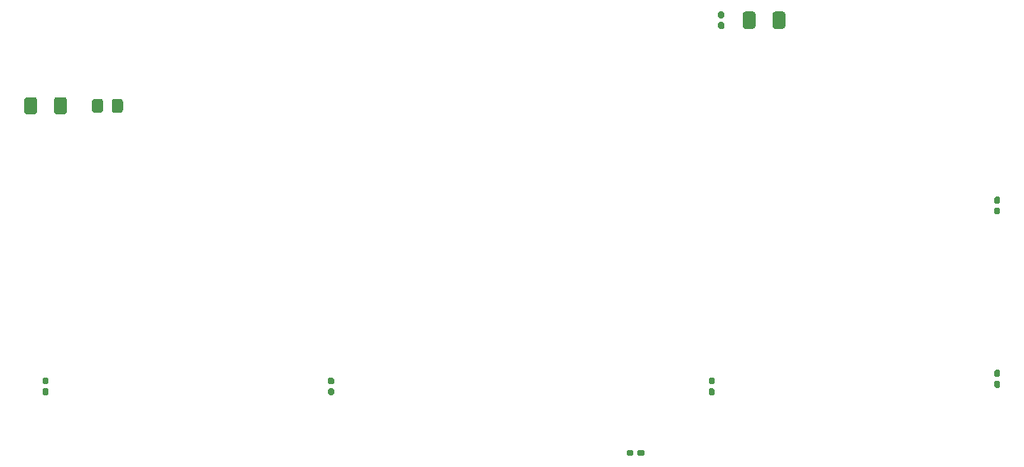
<source format=gbp>
G04 #@! TF.GenerationSoftware,KiCad,Pcbnew,(5.1.12)-1*
G04 #@! TF.CreationDate,2022-01-06T14:59:38-05:00*
G04 #@! TF.ProjectId,Nixie_Clock,4e697869-655f-4436-9c6f-636b2e6b6963,1.1*
G04 #@! TF.SameCoordinates,Original*
G04 #@! TF.FileFunction,Paste,Bot*
G04 #@! TF.FilePolarity,Positive*
%FSLAX46Y46*%
G04 Gerber Fmt 4.6, Leading zero omitted, Abs format (unit mm)*
G04 Created by KiCad (PCBNEW (5.1.12)-1) date 2022-01-06 14:59:38*
%MOMM*%
%LPD*%
G01*
G04 APERTURE LIST*
G04 APERTURE END LIST*
G36*
G01*
X112125000Y-91525000D02*
X112125000Y-92475000D01*
G75*
G02*
X111875000Y-92725000I-250000J0D01*
G01*
X111200000Y-92725000D01*
G75*
G02*
X110950000Y-92475000I0J250000D01*
G01*
X110950000Y-91525000D01*
G75*
G02*
X111200000Y-91275000I250000J0D01*
G01*
X111875000Y-91275000D01*
G75*
G02*
X112125000Y-91525000I0J-250000D01*
G01*
G37*
G36*
G01*
X110050000Y-91525000D02*
X110050000Y-92475000D01*
G75*
G02*
X109800000Y-92725000I-250000J0D01*
G01*
X109125000Y-92725000D01*
G75*
G02*
X108875000Y-92475000I0J250000D01*
G01*
X108875000Y-91525000D01*
G75*
G02*
X109125000Y-91275000I250000J0D01*
G01*
X109800000Y-91275000D01*
G75*
G02*
X110050000Y-91525000I0J-250000D01*
G01*
G37*
G36*
G01*
X103100000Y-91349997D02*
X103100000Y-92650003D01*
G75*
G02*
X102850003Y-92900000I-249997J0D01*
G01*
X102024997Y-92900000D01*
G75*
G02*
X101775000Y-92650003I0J249997D01*
G01*
X101775000Y-91349997D01*
G75*
G02*
X102024997Y-91100000I249997J0D01*
G01*
X102850003Y-91100000D01*
G75*
G02*
X103100000Y-91349997I0J-249997D01*
G01*
G37*
G36*
G01*
X106225000Y-91349997D02*
X106225000Y-92650003D01*
G75*
G02*
X105975003Y-92900000I-249997J0D01*
G01*
X105149997Y-92900000D01*
G75*
G02*
X104900000Y-92650003I0J249997D01*
G01*
X104900000Y-91349997D01*
G75*
G02*
X105149997Y-91100000I249997J0D01*
G01*
X105975003Y-91100000D01*
G75*
G02*
X106225000Y-91349997I0J-249997D01*
G01*
G37*
G36*
G01*
X103845000Y-120565000D02*
X104155000Y-120565000D01*
G75*
G02*
X104310000Y-120720000I0J-155000D01*
G01*
X104310000Y-121145000D01*
G75*
G02*
X104155000Y-121300000I-155000J0D01*
G01*
X103845000Y-121300000D01*
G75*
G02*
X103690000Y-121145000I0J155000D01*
G01*
X103690000Y-120720000D01*
G75*
G02*
X103845000Y-120565000I155000J0D01*
G01*
G37*
G36*
G01*
X103845000Y-121700000D02*
X104155000Y-121700000D01*
G75*
G02*
X104310000Y-121855000I0J-155000D01*
G01*
X104310000Y-122280000D01*
G75*
G02*
X104155000Y-122435000I-155000J0D01*
G01*
X103845000Y-122435000D01*
G75*
G02*
X103690000Y-122280000I0J155000D01*
G01*
X103690000Y-121855000D01*
G75*
G02*
X103845000Y-121700000I155000J0D01*
G01*
G37*
G36*
G01*
X133845000Y-121700000D02*
X134155000Y-121700000D01*
G75*
G02*
X134310000Y-121855000I0J-155000D01*
G01*
X134310000Y-122280000D01*
G75*
G02*
X134155000Y-122435000I-155000J0D01*
G01*
X133845000Y-122435000D01*
G75*
G02*
X133690000Y-122280000I0J155000D01*
G01*
X133690000Y-121855000D01*
G75*
G02*
X133845000Y-121700000I155000J0D01*
G01*
G37*
G36*
G01*
X133845000Y-120565000D02*
X134155000Y-120565000D01*
G75*
G02*
X134310000Y-120720000I0J-155000D01*
G01*
X134310000Y-121145000D01*
G75*
G02*
X134155000Y-121300000I-155000J0D01*
G01*
X133845000Y-121300000D01*
G75*
G02*
X133690000Y-121145000I0J155000D01*
G01*
X133690000Y-120720000D01*
G75*
G02*
X133845000Y-120565000I155000J0D01*
G01*
G37*
G36*
G01*
X166935000Y-128345000D02*
X166935000Y-128655000D01*
G75*
G02*
X166780000Y-128810000I-155000J0D01*
G01*
X166355000Y-128810000D01*
G75*
G02*
X166200000Y-128655000I0J155000D01*
G01*
X166200000Y-128345000D01*
G75*
G02*
X166355000Y-128190000I155000J0D01*
G01*
X166780000Y-128190000D01*
G75*
G02*
X166935000Y-128345000I0J-155000D01*
G01*
G37*
G36*
G01*
X165800000Y-128345000D02*
X165800000Y-128655000D01*
G75*
G02*
X165645000Y-128810000I-155000J0D01*
G01*
X165220000Y-128810000D01*
G75*
G02*
X165065000Y-128655000I0J155000D01*
G01*
X165065000Y-128345000D01*
G75*
G02*
X165220000Y-128190000I155000J0D01*
G01*
X165645000Y-128190000D01*
G75*
G02*
X165800000Y-128345000I0J-155000D01*
G01*
G37*
G36*
G01*
X175155000Y-83935000D02*
X174845000Y-83935000D01*
G75*
G02*
X174690000Y-83780000I0J155000D01*
G01*
X174690000Y-83355000D01*
G75*
G02*
X174845000Y-83200000I155000J0D01*
G01*
X175155000Y-83200000D01*
G75*
G02*
X175310000Y-83355000I0J-155000D01*
G01*
X175310000Y-83780000D01*
G75*
G02*
X175155000Y-83935000I-155000J0D01*
G01*
G37*
G36*
G01*
X175155000Y-82800000D02*
X174845000Y-82800000D01*
G75*
G02*
X174690000Y-82645000I0J155000D01*
G01*
X174690000Y-82220000D01*
G75*
G02*
X174845000Y-82065000I155000J0D01*
G01*
X175155000Y-82065000D01*
G75*
G02*
X175310000Y-82220000I0J-155000D01*
G01*
X175310000Y-82645000D01*
G75*
G02*
X175155000Y-82800000I-155000J0D01*
G01*
G37*
G36*
G01*
X177275000Y-83650003D02*
X177275000Y-82349997D01*
G75*
G02*
X177524997Y-82100000I249997J0D01*
G01*
X178350003Y-82100000D01*
G75*
G02*
X178600000Y-82349997I0J-249997D01*
G01*
X178600000Y-83650003D01*
G75*
G02*
X178350003Y-83900000I-249997J0D01*
G01*
X177524997Y-83900000D01*
G75*
G02*
X177275000Y-83650003I0J249997D01*
G01*
G37*
G36*
G01*
X180400000Y-83650003D02*
X180400000Y-82349997D01*
G75*
G02*
X180649997Y-82100000I249997J0D01*
G01*
X181475003Y-82100000D01*
G75*
G02*
X181725000Y-82349997I0J-249997D01*
G01*
X181725000Y-83650003D01*
G75*
G02*
X181475003Y-83900000I-249997J0D01*
G01*
X180649997Y-83900000D01*
G75*
G02*
X180400000Y-83650003I0J249997D01*
G01*
G37*
G36*
G01*
X173845000Y-120565000D02*
X174155000Y-120565000D01*
G75*
G02*
X174310000Y-120720000I0J-155000D01*
G01*
X174310000Y-121145000D01*
G75*
G02*
X174155000Y-121300000I-155000J0D01*
G01*
X173845000Y-121300000D01*
G75*
G02*
X173690000Y-121145000I0J155000D01*
G01*
X173690000Y-120720000D01*
G75*
G02*
X173845000Y-120565000I155000J0D01*
G01*
G37*
G36*
G01*
X173845000Y-121700000D02*
X174155000Y-121700000D01*
G75*
G02*
X174310000Y-121855000I0J-155000D01*
G01*
X174310000Y-122280000D01*
G75*
G02*
X174155000Y-122435000I-155000J0D01*
G01*
X173845000Y-122435000D01*
G75*
G02*
X173690000Y-122280000I0J155000D01*
G01*
X173690000Y-121855000D01*
G75*
G02*
X173845000Y-121700000I155000J0D01*
G01*
G37*
G36*
G01*
X203845000Y-120905000D02*
X204155000Y-120905000D01*
G75*
G02*
X204310000Y-121060000I0J-155000D01*
G01*
X204310000Y-121485000D01*
G75*
G02*
X204155000Y-121640000I-155000J0D01*
G01*
X203845000Y-121640000D01*
G75*
G02*
X203690000Y-121485000I0J155000D01*
G01*
X203690000Y-121060000D01*
G75*
G02*
X203845000Y-120905000I155000J0D01*
G01*
G37*
G36*
G01*
X203845000Y-119770000D02*
X204155000Y-119770000D01*
G75*
G02*
X204310000Y-119925000I0J-155000D01*
G01*
X204310000Y-120350000D01*
G75*
G02*
X204155000Y-120505000I-155000J0D01*
G01*
X203845000Y-120505000D01*
G75*
G02*
X203690000Y-120350000I0J155000D01*
G01*
X203690000Y-119925000D01*
G75*
G02*
X203845000Y-119770000I155000J0D01*
G01*
G37*
G36*
G01*
X204155000Y-102300000D02*
X203845000Y-102300000D01*
G75*
G02*
X203690000Y-102145000I0J155000D01*
G01*
X203690000Y-101720000D01*
G75*
G02*
X203845000Y-101565000I155000J0D01*
G01*
X204155000Y-101565000D01*
G75*
G02*
X204310000Y-101720000I0J-155000D01*
G01*
X204310000Y-102145000D01*
G75*
G02*
X204155000Y-102300000I-155000J0D01*
G01*
G37*
G36*
G01*
X204155000Y-103435000D02*
X203845000Y-103435000D01*
G75*
G02*
X203690000Y-103280000I0J155000D01*
G01*
X203690000Y-102855000D01*
G75*
G02*
X203845000Y-102700000I155000J0D01*
G01*
X204155000Y-102700000D01*
G75*
G02*
X204310000Y-102855000I0J-155000D01*
G01*
X204310000Y-103280000D01*
G75*
G02*
X204155000Y-103435000I-155000J0D01*
G01*
G37*
M02*

</source>
